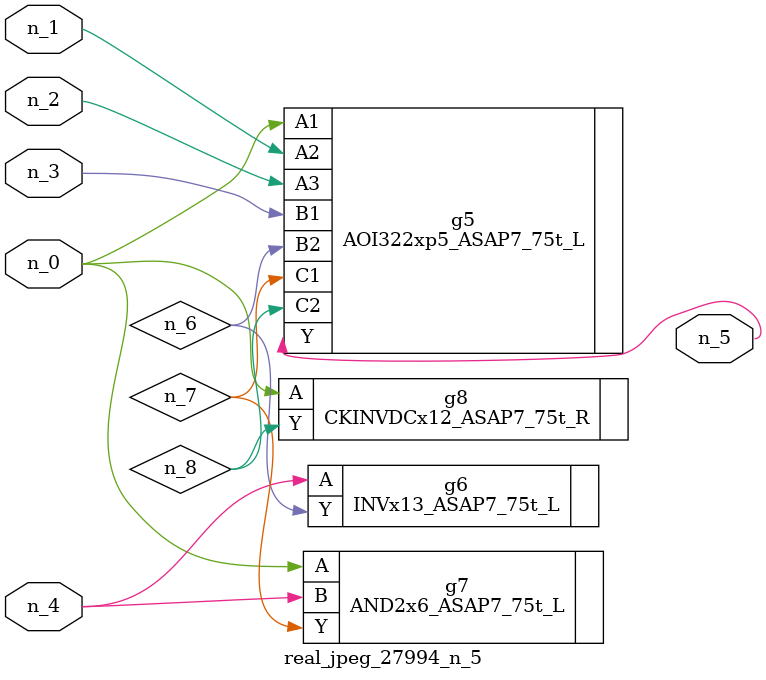
<source format=v>
module real_jpeg_27994_n_5 (n_4, n_0, n_1, n_2, n_3, n_5);

input n_4;
input n_0;
input n_1;
input n_2;
input n_3;

output n_5;

wire n_8;
wire n_6;
wire n_7;

AOI322xp5_ASAP7_75t_L g5 ( 
.A1(n_0),
.A2(n_1),
.A3(n_2),
.B1(n_3),
.B2(n_6),
.C1(n_7),
.C2(n_8),
.Y(n_5)
);

AND2x6_ASAP7_75t_L g7 ( 
.A(n_0),
.B(n_4),
.Y(n_7)
);

CKINVDCx12_ASAP7_75t_R g8 ( 
.A(n_0),
.Y(n_8)
);

INVx13_ASAP7_75t_L g6 ( 
.A(n_4),
.Y(n_6)
);


endmodule
</source>
